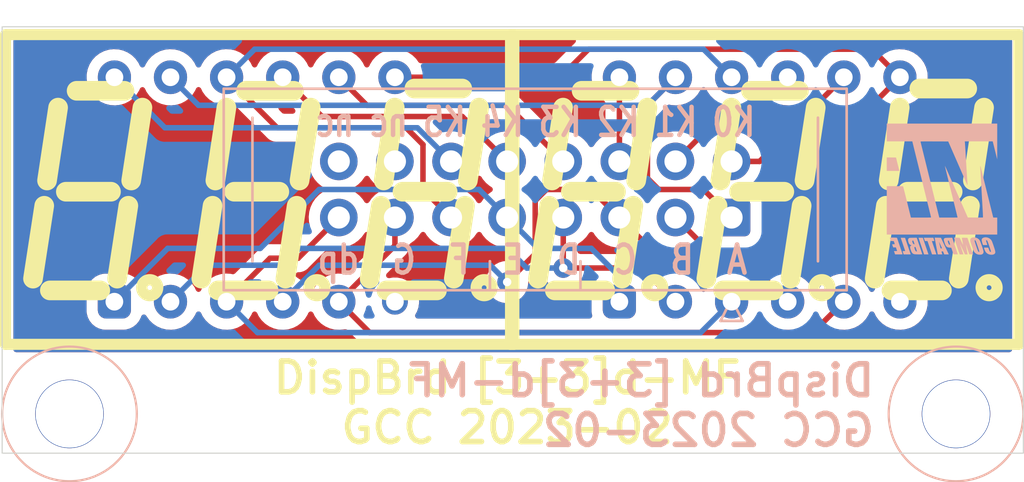
<source format=kicad_pcb>
(kicad_pcb (version 20211014) (generator pcbnew)
  (layers (0 "F.Cu" signal) (31 "B.Cu" signal) (36 "B.SilkS" user "B.Silkscreen") (37 "F.SilkS" user "F.Silkscreen") (38 "B.Mask" user) (39 "F.Mask" user) (44 "Edge.Cuts" user))
  (net 0 "")
  (net 1 "/K_SegA")
  (net 2 "/K_SegB")
  (net 3 "/K_SegC")
  (net 4 "/K_SegDP")
  (net 5 "/A0")
  (net 6 "/K_SegD")
  (net 7 "/K_SegE")
  (net 8 "/K_SegG")
  (net 9 "/K_SegF")
  (net 10 "/A1")
  (net 11 "/A2")
  (net 12 "/A3")
  (net 13 "/A4")
  (net 14 "/A5")
  (footprint "GCC_Display:Disp7s3x_036" (layer "F.Cu") (at 36.83 30.226)
    (fp_text reference "S6" hide)
    (fp_text value "LEDDSP3_CA" hide)
    (fp_line (start -1.905 0.7366) (end -2.413 4.03606) (layer "F.SilkS") (width 0.889))
    (fp_line (start -0.38862 -4.46786) (end 1.778 -4.46786) (layer "F.SilkS") (width 0.889))
    (fp_line (start -6.5024 0.1016) (end -8.5471 0.1016) (layer "F.SilkS") (width 0.889))
    (fp_line (start 2.54 -3.70586) (end 2.032 -0.4064) (layer "F.SilkS") (width 0.889))
    (fp_line (start -5.71754 0.7366) (end -6.22554 4.03606) (layer "F.SilkS") (width 0.889))
    (fp_line (start -9.525 0.7366) (end -10.033 4.03606) (layer "F.SilkS") (width 0.889))
    (fp_line (start 10.16 -3.70586) (end 9.652 -0.4064) (layer "F.SilkS") (width 0.889))
    (fp_line (start 5.969 4.56946) (end 8.25246 4.56946) (layer "F.SilkS") (width 0.889))
    (fp_line (start 11.7348 -7.0104) (end 11.7348 7.0104) (layer "F.SilkS") (width 0.5))
    (fp_line (start 9.52246 0.7366) (end 9.01446 4.03606) (layer "F.SilkS") (width 0.889))
    (fp_line (start -8.89762 -3.70586) (end -9.398 -0.4064) (layer "F.SilkS") (width 0.889))
    (fp_line (start -5.08 -3.70586) (end -5.588 -0.4064) (layer "F.SilkS") (width 0.889))
    (fp_line (start -9.271 4.56946) (end -6.98754 4.56946) (layer "F.SilkS") (width 0.889))
    (fp_line (start 7.23138 -4.56946) (end 9.398 -4.56946) (layer "F.SilkS") (width 0.889))
    (fp_line (start 5.715 0.7366) (end 5.207 4.03606) (layer "F.SilkS") (width 0.889))
    (fp_line (start -1.27762 -3.70586) (end -1.778 -0.4064) (layer "F.SilkS") (width 0.889))
    (fp_line (start 1.90246 0.7366) (end 1.39446 4.03606) (layer "F.SilkS") (width 0.889))
    (fp_line (start -11.2776 7.0104) (end -11.2776 -7.0104) (layer "F.SilkS") (width 0.5))
    (fp_line (start -11.2268 -7.0104) (end 11.7348 -7.0104) (layer "F.SilkS") (width 0.5))
    (fp_line (start -8.05942 -4.46786) (end -5.8928 -4.46786) (layer "F.SilkS") (width 0.889))
    (fp_line (start 6.34238 -3.70586) (end 5.842 -0.4064) (layer "F.SilkS") (width 0.889))
    (fp_line (start -1.651 4.56946) (end 0.63246 4.56946) (layer "F.SilkS") (width 0.889))
    (fp_line (start 1.1176 0.1016) (end -0.9271 0.1016) (layer "F.SilkS") (width 0.889))
    (fp_line (start 11.7348 7.0104) (end -11.2776 7.0104) (layer "F.SilkS") (width 0.5))
    (fp_line (start 8.7376 0.1016) (end 6.6929 0.1016) (layer "F.SilkS") (width 0.889))
    (fp_circle (center 10.3886 4.445) (end 10.6426 4.18846) (layer "F.SilkS") (width 0.508) (fill none))
    (fp_circle (center 2.8194 4.445) (end 3.0734 4.18846) (layer "F.SilkS") (width 0.508) (fill none))
    (fp_circle (center -4.7498 4.445) (end -4.4958 4.18846) (layer "F.SilkS") (width 0.508) (fill none))
    (pad "1" thru_hole roundrect locked (at -6.35 5.08 90) (size 1.524 1.50114) (drill 0.8001) (layers *.Cu *.Mask) (net 7 "/K_SegE"))
    (pad "2" thru_hole oval locked (at -3.81 5.08 90) (size 1.524 1.50114) (drill 0.8001) (layers *.Cu *.Mask) (net 6 "/K_SegD"))
    (pad "3" thru_hole oval locked (at -1.27 5.08 90) (size 1.524 1.50114) (drill 0.8001) (layers *.Cu *.Mask) (net 4 "/K_SegDP"))
    (pad "4" thru_hole oval locked (at 1.27 5.08 90) (size 1.524 1.50114) (drill 0.8001) (layers *.Cu *.Mask) (net 3 "/K_SegC"))
    (pad "5" thru_hole oval locked (at 3.81 5.08 90) (size 1.524 1.50114) (drill 0.8001) (layers *.Cu *.Mask) (net 8 "/K_SegG"))
    (pad "6" thru_hole oval locked (at 6.35 5.08 90) (size 1.1684 1.1684) (drill 0.8001) (layers *.Cu *.Mask))
    (pad "7" thru_hole oval locked (at 6.35 -5.08 90) (size 1.524 1.50114) (drill 0.8001) (layers *.Cu *.Mask) (net 2 "/K_SegB"))
    (pad "8" thru_hole oval locked (at 3.81 -5.08 90) (size 1.524 1.50114) (drill 0.8001) (layers *.Cu *.Mask) (net 12 "/A3"))
    (pad "9" thru_hole oval locked (at 1.27 -5.08 90) (size 1.524 1.50114) (drill 0.8001) (layers *.Cu *.Mask) (net 13 "/A4"))
    (pad "10" thru_hole oval locked (at -1.27 -5.08 90) (size 1.524 1.50114) (drill 0.8001) (layers *.Cu *.Mask) (net 9 "/K_SegF"))
    (pad "11" thru_hole oval locked (at -3.81 -5.08 90) (size 1.524 1.50114) (drill 0.8001) (layers *.Cu *.Mask) (net 1 "/K_SegA"))
    (pad "12" thru_hole oval locked (at -6.34746 -5.08 90) (size 1.524 1.50114) (drill 0.8001) (layers *.Cu *.Mask) (net 14 "/A5"))
  )
  (footprint "GCC_Display:Disp7s3x_036" (layer "F.Cu") (at 59.69 30.226)
    (fp_text reference "S7" hide)
    (fp_text value "LEDDSP3_CA" hide)
    (fp_line (start -0.38862 -4.46786) (end 1.778 -4.46786) (layer "F.SilkS") (width 0.889))
    (fp_line (start -5.71754 0.7366) (end -6.22554 4.03606) (layer "F.SilkS") (width 0.889))
    (fp_line (start 1.1176 0.1016) (end -0.9271 0.1016) (layer "F.SilkS") (width 0.889))
    (fp_line (start -6.5024 0.1016) (end -8.5471 0.1016) (layer "F.SilkS") (width 0.889))
    (fp_line (start -1.27762 -3.70586) (end -1.778 -0.4064) (layer "F.SilkS") (width 0.889))
    (fp_line (start -5.08 -3.70586) (end -5.588 -0.4064) (layer "F.SilkS") (width 0.889))
    (fp_line (start -8.05942 -4.46786) (end -5.8928 -4.46786) (layer "F.SilkS") (width 0.889))
    (fp_line (start 11.7348 7.0104) (end -11.2776 7.0104) (layer "F.SilkS") (width 0.5))
    (fp_line (start -9.525 0.7366) (end -10.033 4.03606) (layer "F.SilkS") (width 0.889))
    (fp_line (start 5.715 0.7366) (end 5.207 4.03606) (layer "F.SilkS") (width 0.889))
    (fp_line (start 2.54 -3.70586) (end 2.032 -0.4064) (layer "F.SilkS") (width 0.889))
    (fp_line (start 5.969 4.56946) (end 8.25246 4.56946) (layer "F.SilkS") (width 0.889))
    (fp_line (start 11.7348 -7.0104) (end 11.7348 7.0104) (layer "F.SilkS") (width 0.5))
    (fp_line (start -11.2268 -7.0104) (end 11.7348 -7.0104) (layer "F.SilkS") (width 0.5))
    (fp_line (start 6.34238 -3.70586) (end 5.842 -0.4064) (layer "F.SilkS") (width 0.889))
    (fp_line (start 10.16 -3.70586) (end 9.652 -0.4064) (layer "F.SilkS") (width 0.889))
    (fp_line (start -1.905 0.7366) (end -2.413 4.03606) (layer "F.SilkS") (width 0.889))
    (fp_line (start -9.271 4.56946) (end -6.98754 4.56946) (layer "F.SilkS") (width 0.889))
    (fp_line (start -1.651 4.56946) (end 0.63246 4.56946) (layer "F.SilkS") (width 0.889))
    (fp_line (start 7.23138 -4.56946) (end 9.398 -4.56946) (layer "F.SilkS") (width 0.889))
    (fp_line (start 8.7376 0.1016) (end 6.6929 0.1016) (layer "F.SilkS") (width 0.889))
    (fp_line (start 1.90246 0.7366) (end 1.39446 4.03606) (layer "F.SilkS") (width 0.889))
    (fp_line (start -8.89762 -3.70586) (end -9.398 -0.4064) (layer "F.SilkS") (width 0.889))
    (fp_line (start -11.2776 7.0104) (end -11.2776 -7.0104) (layer "F.SilkS") (width 0.5))
    (fp_line (start 9.52246 0.7366) (end 9.01446 4.03606) (layer "F.SilkS") (width 0.889))
    (fp_circle (center 10.3886 4.445) (end 10.6426 4.18846) (layer "F.SilkS") (width 0.508) (fill none))
    (fp_circle (center 2.8194 4.445) (end 3.0734 4.18846) (layer "F.SilkS") (width 0.508) (fill none))
    (fp_circle (center -4.7498 4.445) (end -4.4958 4.18846) (layer "F.SilkS") (width 0.508) (fill none))
    (pad "1" thru_hole roundrect locked (at -6.35 5.08 90) (size 1.524 1.50114) (drill 0.8001) (layers *.Cu *.Mask) (net 7 "/K_SegE"))
    (pad "2" thru_hole oval locked (at -3.81 5.08 90) (size 1.524 1.50114) (drill 0.8001) (layers *.Cu *.Mask) (net 6 "/K_SegD"))
    (pad "3" thru_hole oval locked (at -1.27 5.08 90) (size 1.524 1.50114) (drill 0.8001) (layers *.Cu *.Mask) (net 4 "/K_SegDP"))
    (pad "4" thru_hole oval locked (at 1.27 5.08 90) (size 1.524 1.50114) (drill 0.8001) (layers *.Cu *.Mask) (net 3 "/K_SegC"))
    (pad "5" thru_hole oval locked (at 3.81 5.08 90) (size 1.524 1.50114) (drill 0.8001) (layers *.Cu *.Mask) (net 8 "/K_SegG"))
    (pad "6" thru_hole oval locked (at 6.35 5.08 90) (size 1.524 1.50114) (drill 0.8001) (layers *.Cu *.Mask))
    (pad "7" thru_hole oval locked (at 6.35 -5.08 90) (size 1.524 1.50114) (drill 0.8001) (layers *.Cu *.Mask) (net 2 "/K_SegB"))
    (pad "8" thru_hole oval locked (at 3.81 -5.08 90) (size 1.524 1.50114) (drill 0.8001) (layers *.Cu *.Mask) (net 5 "/A0"))
    (pad "9" thru_hole oval locked (at 1.27 -5.08 90) (size 1.524 1.50114) (drill 0.8001) (layers *.Cu *.Mask) (net 10 "/A1"))
    (pad "10" thru_hole oval locked (at -1.27 -5.08 90) (size 1.524 1.50114) (drill 0.8001) (layers *.Cu *.Mask) (net 9 "/K_SegF"))
    (pad "11" thru_hole oval locked (at -3.81 -5.08 90) (size 1.524 1.50114) (drill 0.8001) (layers *.Cu *.Mask) (net 1 "/K_SegA"))
    (pad "12" thru_hole oval locked (at -6.34746 -5.08 90) (size 1.524 1.50114) (drill 0.8001) (layers *.Cu *.Mask) (net 11 "/A2"))
  )
  (footprint "GCC_holes:Hole3mm" (layer "B.Cu") (at 28.448 40.386)
    (fp_text reference "H13" hide)
    (fp_text value "MountingHole" hide)
    (fp_circle (center 0 0) (end 0 3.048) (layer "B.SilkS") (width 0.1) (fill none))
    (pad "" np_thru_hole circle locked (at 0 0) (size 3.1 3.1) (drill 3.05) (layers F&B.Cu *.Mask))
  )
  (footprint "GCC_holes:Hole3mm" (layer "B.Cu") (at 68.58 40.386)
    (fp_text reference "H14" hide)
    (fp_text value "MountingHole" hide)
    (fp_circle (center 0 0) (end 0 3.048) (layer "B.SilkS") (width 0.1) (fill none))
    (pad "" np_thru_hole circle locked (at 0 0) (size 3.1 3.1) (drill 3.05) (layers F&B.Cu *.Mask))
  )
  (footprint "Connector_IDC:IDC-Header_2x08_P2.54mm_Vertical" (layer "B.Cu") (at 58.42 31.496 90)
    (fp_text reference "P9" hide)
    (fp_text value "Conn_02x08_Odd_Even")
    (fp_line (start -1.98 -10.94) (end -1.98 -10.94) (layer "B.SilkS") (width 0.12))
    (fp_line (start -1.98 3.91) (end 4.52 3.91) (layer "B.SilkS") (width 0.12))
    (fp_line (start -1.98 -10.94) (end -3.29 -10.94) (layer "B.SilkS") (width 0.12))
    (fp_line (start -3.29 -6.84) (end -1.98 -6.84) (layer "B.SilkS") (width 0.12))
    (fp_line (start -3.29 -22.99) (end -3.29 5.21) (layer "B.SilkS") (width 0.12))
    (fp_line (start -4.68 -0.5) (end -3.68 0) (layer "B.SilkS") (width 0.12))
    (fp_line (start -3.68 0) (end -4.68 0.5) (layer "B.SilkS") (width 0.12))
    (fp_line (start 5.83 5.21) (end 5.83 -22.99) (layer "B.SilkS") (width 0.12))
    (fp_line (start -4.68 0.5) (end -4.68 -0.5) (layer "B.SilkS") (width 0.12))
    (fp_line (start -3.29 5.21) (end 5.83 5.21) (layer "B.SilkS") (width 0.12))
    (fp_line (start 5.83 -22.99) (end -3.29 -22.99) (layer "B.SilkS") (width 0.12))
    (fp_line (start 4.52 -21.69) (end -1.98 -21.69) (layer "B.SilkS") (width 0.12))
    (pad "1" thru_hole roundrect (at 0 0 90) (size 1.7 1.7) (drill 1) (layers F&B.Cu *.Mask) (roundrect_rratio 0.147059) (net 1 "/K_SegA"))
    (pad "2" thru_hole circle (at 2.54 0 90) (size 1.7 1.7) (drill 1) (layers F&B.Cu *.Mask) (net 5 "/A0"))
    (pad "3" thru_hole circle (at 0 -2.54 90) (size 1.7 1.7) (drill 1) (layers F&B.Cu *.Mask) (net 2 "/K_SegB"))
    (pad "4" thru_hole circle (at 2.54 -2.54 90) (size 1.7 1.7) (drill 1) (layers F&B.Cu *.Mask) (net 10 "/A1"))
    (pad "5" thru_hole circle (at 0 -5.08 90) (size 1.7 1.7) (drill 1) (layers F&B.Cu *.Mask) (net 3 "/K_SegC"))
    (pad "6" thru_hole circle (at 2.54 -5.08 90) (size 1.7 1.7) (drill 1) (layers F&B.Cu *.Mask) (net 11 "/A2"))
    (pad "7" thru_hole circle (at 0 -7.62 90) (size 1.7 1.7) (drill 1) (layers F&B.Cu *.Mask) (net 6 "/K_SegD"))
    (pad "8" thru_hole circle (at 2.54 -7.62 90) (size 1.7 1.7) (drill 1) (layers F&B.Cu *.Mask) (net 12 "/A3"))
    (pad "9" thru_hole circle (at 0 -10.16 90) (size 1.7 1.7) (drill 1) (layers F&B.Cu *.Mask) (net 7 "/K_SegE"))
    (pad "10" thru_hole circle (at 2.54 -10.16 90) (size 1.7 1.7) (drill 1) (layers F&B.Cu *.Mask) (net 13 "/A4"))
    (pad "11" thru_hole circle (at 0 -12.7 90) (size 1.7 1.7) (drill 1) (layers F&B.Cu *.Mask) (net 9 "/K_SegF"))
    (pad "12" thru_hole circle (at 2.54 -12.7 90) (size 1.7 1.7) (drill 1) (layers F&B.Cu *.Mask) (net 14 "/A5"))
    (pad "13" thru_hole circle (at 0 -15.24 90) (size 1.7 1.7) (drill 1) (layers F&B.Cu *.Mask) (net 8 "/K_SegG"))
    (pad "14" thru_hole circle (at 2.54 -15.24 90) (size 1.7 1.7) (drill 1) (layers F&B.Cu *.Mask))
    (pad "15" thru_hole circle (at 0 -17.78 90) (size 1.7 1.7) (drill 1) (layers F&B.Cu *.Mask) (net 4 "/K_SegDP"))
    (pad "16" thru_hole circle (at 2.54 -17.78 90) (size 1.7 1.7) (drill 1) (layers F&B.Cu *.Mask))
  )
  (footprint "GCC_Logos:MF_compatible_5x6mm" (layer "B.Cu") (at 67.945 30.226 180)
    (fp_text reference "G***")
    (fp_text value "LOGO" hide)
    (fp_poly (pts (xy 2.291951 -2.177389) (xy 2.324142 -2.178121) (xy 2.345577 -2.179542) (xy 2.358063 -2.181804) (xy 2.363405 -2.18506) (xy 2.363961 -2.187035) (xy 2.361627 -2.197709) (xy 2.355348 -2.218412) (xy 2.346205 -2.245709) (xy 2.33963 -2.264277) (xy 2.315299 -2.331626) (xy 2.250398 -2.333685) (xy 2.185498 -2.335743) (xy 2.163357 -2.396932) (xy 2.153484 -2.425318) (xy 2.145878 -2.449274) (xy 2.141686 -2.4651) (xy 2.141217 -2.468523) (xy 2.144214 -2.47388) (xy 2.154832 -2.477103) (xy 2.175512 -2.47863) (xy 2.199226 -2.478925) (xy 2.229668 -2.479563) (xy 2.247563 -2.481668) (xy 2.254684 -2.485527) (xy 2.254848 -2.487906) (xy 2.251603 -2.498376) (xy 2.244922 -2.51886) (xy 2.235983 -2.545763) (xy 2.231284 -2.559759) (xy 2.210108 -2.622631) (xy 2.086763 -2.622631) (xy 2.059986 -2.699873) (xy 2.049333 -2.731078) (xy 2.040711 -2.757241) (xy 2.035069 -2.775419) (xy 2.033323 -2.782503) (xy 2.040048 -2.784778) (xy 2.058075 -2.786579) (xy 2.084338 -2.787671) (xy 2.104424 -2.787892) (xy 2.175411 -2.787892) (xy 2.149332 -2.863288) (xy 2.123254 -2.938685) (xy 1.951834 -2.938734) (xy 1.895757 -2.938594) (xy 1.8527 -2.938092) (xy 1.821315 -2.937154) (xy 1.800256 -2.93571) (xy 1.788175 -2.933688) (xy 1.783725 -2.931016) (xy 1.783759 -2.929802) (xy 1.786645 -2.921471) (xy 1.793718 -2.900814) (xy 1.804539 -2.86911) (xy 1.818675 -2.82764) (xy 1.835688 -2.777684) (xy 1.855143 -2.720523) (xy 1.876603 -2.657436) (xy 1.899632 -2.589705) (xy 1.911952 -2.553456) (xy 2.036801 -2.186092) (xy 2.08362 -2.181668) (xy 2.107445 -2.180116) (xy 2.141795 -2.178795) (xy 2.182824 -2.17781) (xy 2.226687 -2.177267) (xy 2.2472 -2.177194)) (layer "B.SilkS") (width 0) (fill solid))
    (fp_poly (pts (xy -0.553171 -2.179704) (xy -0.547227 -2.180796) (xy -0.546777 -2.183401) (xy -0.547742 -2.189638) (xy -0.550395 -2.200346) (xy -0.555014 -2.216362) (xy -0.561873 -2.238524) (xy -0.571247 -2.267668) (xy -0.583412 -2.304632) (xy -0.598644 -2.350255) (xy -0.617217 -2.405373) (xy -0.639406 -2.470823) (xy -0.665488 -2.547444) (xy -0.695738 -2.636073) (xy -0.726146 -2.725021) (xy -0.799262 -2.938783) (xy -0.884638 -2.938783) (xy -0.917748 -2.93854) (xy -0.944875 -2.937877) (xy -0.963227 -2.936895) (xy -0.970014 -2.935697) (xy -0.970014 -2.93569) (xy -0.967781 -2.928401) (xy -0.96144 -2.909099) (xy -0.951521 -2.879372) (xy -0.93856 -2.840806) (xy -0.923089 -2.794989) (xy -0.90564 -2.743508) (xy -0.891129 -2.700817) (xy -0.872579 -2.64613) (xy -0.855678 -2.595945) (xy -0.840946 -2.551834) (xy -0.828904 -2.515372) (xy -0.820071 -2.488133) (xy -0.814969 -2.471688) (xy -0.813913 -2.467369) (xy -0.817241 -2.473243) (xy -0.825978 -2.490699) (xy -0.839436 -2.518303) (xy -0.856925 -2.554625) (xy -0.877757 -2.598233) (xy -0.901241 -2.647696) (xy -0.926689 -2.701583) (xy -0.926928 -2.70209) (xy -1.038274 -2.938481) (xy -1.101629 -2.938632) (xy -1.131912 -2.938438) (xy -1.150371 -2.937327) (xy -1.159548 -2.934767) (xy -1.161985 -2.930231) (xy -1.16123 -2.926209) (xy -1.158087 -2.913204) (xy -1.152971 -2.889148) (xy -1.146278 -2.856142) (xy -1.138406 -2.816287) (xy -1.129751 -2.771683) (xy -1.120711 -2.72443) (xy -1.111681 -2.676629) (xy -1.10306 -2.63038) (xy -1.095243 -2.587783) (xy -1.088627 -2.550939) (xy -1.08361 -2.521948) (xy -1.080588 -2.50291) (xy -1.07994 -2.495938) (xy -1.082872 -2.501749) (xy -1.089814 -2.519612) (xy -1.100203 -2.547954) (xy -1.113478 -2.585202) (xy -1.129075 -2.629786) (xy -1.146432 -2.680132) (xy -1.15801 -2.714081) (xy -1.233111 -2.935191) (xy -1.320379 -2.937206) (xy -1.407646 -2.93922) (xy -1.303033 -2.631831) (xy -1.280469 -2.56553) (xy -1.258514 -2.501017) (xy -1.250996 -2.478925) (xy -1.077793 -2.478925) (xy -1.075164 -2.484839) (xy -1.073003 -2.483715) (xy -1.072143 -2.475188) (xy -1.073003 -2.474135) (xy -1.077275 -2.475121) (xy -1.077793 -2.478925) (xy -1.250996 -2.478925) (xy -1.237775 -2.440078) (xy -1.218861 -2.384501) (xy -1.202379 -2.336069) (xy -1.188937 -2.296571) (xy -1.179143 -2.267792) (xy -1.175191 -2.256181) (xy -1.151962 -2.187921) (xy -1.025061 -2.185959) (xy -0.979182 -2.185376) (xy -0.945755 -2.185353) (xy -0.922869 -2.186034) (xy -0.908612 -2.187563) (xy -0.901072 -2.190082) (xy -0.898338 -2.193734) (xy -0.898161 -2.195466) (xy -0.899508 -2.20572) (xy -0.903272 -2.227783) (xy -0.909033 -2.259375) (xy -0.916374 -2.298217) (xy -0.924877 -2.342028) (xy -0.92733 -2.354478) (xy -0.935894 -2.398556) (xy -0.943202 -2.437644) (xy -0.948882 -2.469631) (xy -0.952564 -2.492405) (xy -0.953876 -2.503855) (xy -0.953746 -2.504773) (xy -0.950093 -2.499321) (xy -0.941271 -2.482539) (xy -0.928127 -2.456148) (xy -0.911507 -2.42187) (xy -0.89226 -2.381425) (xy -0.876076 -2.346937) (xy -0.801159 -2.186348) (xy -0.676563 -2.181198) (xy -0.635655 -2.179779) (xy -0.599838 -2.179052) (xy -0.571536 -2.179025)) (layer "B.SilkS") (width 0) (fill solid))
    (fp_poly (pts (xy -1.401765 -2.169299) (xy -1.354139 -2.181589) (xy -1.318293 -2.201467) (xy -1.294003 -2.229341) (xy -1.281045 -2.265618) (xy -1.279192 -2.310705) (xy -1.28822 -2.365009) (xy -1.289891 -2.371653) (xy -1.297282 -2.397388) (xy -1.308561 -2.433139) (xy -1.322857 -2.476438) (xy -1.339296 -2.524815) (xy -1.357009 -2.5758) (xy -1.375122 -2.626922) (xy -1.392765 -2.675712) (xy -1.409066 -2.7197) (xy -1.423154 -2.756416) (xy -1.434156 -2.78339) (xy -1.438819 -2.793678) (xy -1.471318 -2.844185) (xy -1.514841 -2.886999) (xy -1.567416 -2.920552) (xy -1.627068 -2.94328) (xy -1.627468 -2.943387) (xy -1.661549 -2.949474) (xy -1.701593 -2.952096) (xy -1.742304 -2.951305) (xy -1.778391 -2.947154) (xy -1.799701 -2.941698) (xy -1.837558 -2.921414) (xy -1.863839 -2.892683) (xy -1.878357 -2.855827) (xy -1.880736 -2.814428) (xy -1.688019 -2.814428) (xy -1.684975 -2.822038) (xy -1.674815 -2.823804) (xy -1.672611 -2.823819) (xy -1.654198 -2.818621) (xy -1.641978 -2.809602) (xy -1.636309 -2.799089) (xy -1.627019 -2.776891) (xy -1.614769 -2.744973) (xy -1.600225 -2.705297) (xy -1.58405 -2.659826) (xy -1.566908 -2.610523) (xy -1.549463 -2.559351) (xy -1.532379 -2.508273) (xy -1.516319 -2.459252) (xy -1.501948 -2.41425) (xy -1.48993 -2.375231) (xy -1.480929 -2.344158) (xy -1.475608 -2.322993) (xy -1.474465 -2.314334) (xy -1.480003 -2.298156) (xy -1.491213 -2.295111) (xy -1.508215 -2.30518) (xy -1.511406 -2.307939) (xy -1.517844 -2.315858) (xy -1.525585 -2.329796) (xy -1.535118 -2.350992) (xy -1.54693 -2.380686) (xy -1.561511 -2.420117) (xy -1.579348 -2.470524) (xy -1.600931 -2.533148) (xy -1.605719 -2.547185) (xy -1.6243 -2.60216) (xy -1.641504 -2.653868) (xy -1.656735 -2.700455) (xy -1.669397 -2.740066) (xy -1.678894 -2.770848) (xy -1.684631 -2.790948) (xy -1.685983 -2.796874) (xy -1.688019 -2.814428) (xy -1.880736 -2.814428) (xy -1.880923 -2.811165) (xy -1.880347 -2.804594) (xy -1.876614 -2.785211) (xy -1.868604 -2.754618) (xy -1.857071 -2.715068) (xy -1.842769 -2.668813) (xy -1.826449 -2.618106) (xy -1.808865 -2.5652) (xy -1.79077 -2.512345) (xy -1.772916 -2.461796) (xy -1.756057 -2.415804) (xy -1.740946 -2.376622) (xy -1.728336 -2.346502) (xy -1.724291 -2.337764) (xy -1.700701 -2.294939) (xy -1.675763 -2.262594) (xy -1.661755 -2.248988) (xy -1.60754 -2.209904) (xy -1.547974 -2.182714) (xy -1.485328 -2.168115) (xy -1.421869 -2.166801)) (layer "B.SilkS") (width 0) (fill solid))
    (fp_poly (pts (xy 1.835567 -2.185758) (xy 1.85706 -2.186603) (xy 1.867559 -2.187977) (xy 1.868176 -2.188474) (xy 1.865959 -2.195686) (xy 1.859691 -2.214804) (xy 1.849947 -2.244129) (xy 1.8373 -2.28196) (xy 1.822324 -2.326598) (xy 1.805593 -2.376344) (xy 1.787681 -2.429496) (xy 1.769163 -2.484357) (xy 1.750612 -2.539225) (xy 1.732602 -2.592401) (xy 1.715707 -2.642185) (xy 1.700502 -2.686878) (xy 1.68756 -2.72478) (xy 1.677456 -2.75419) (xy 1.670763 -2.77341) (xy 1.668785 -2.778911) (xy 1.670898 -2.783598) (xy 1.6827 -2.786439) (xy 1.706025 -2.787732) (xy 1.723701 -2.787892) (xy 1.750592 -2.788463) (xy 1.770913 -2.789981) (xy 1.781285 -2.792155) (xy 1.781952 -2.792912) (xy 1.779841 -2.801446) (xy 1.774142 -2.820498) (xy 1.765808 -2.846953) (xy 1.758868 -2.868358) (xy 1.735785 -2.938783) (xy 1.416342 -2.938783) (xy 1.513697 -2.653168) (xy 1.535925 -2.587941) (xy 1.557901 -2.523425) (xy 1.578923 -2.461676) (xy 1.598292 -2.404755) (xy 1.615308 -2.35472) (xy 1.629269 -2.313629) (xy 1.639475 -2.283542) (xy 1.641441 -2.277737) (xy 1.671829 -2.187921) (xy 1.770002 -2.185922) (xy 1.805681 -2.185508)) (layer "B.SilkS") (width 0) (fill solid))
    (fp_poly (pts (xy 2.500481 0.840679) (xy 1.931702 0.840679) (xy 1.936787 0.863834) (xy 1.939599 0.875769) (xy 1.945468 0.900013) (xy 1.953992 0.934927) (xy 1.964769 0.978872) (xy 1.977396 1.03021) (xy 1.991471 1.087301) (xy 2.006593 1.148507) (xy 2.011271 1.167413) (xy 2.080668 1.447836) (xy 2.290575 1.449741) (xy 2.500481 1.451646)) (layer "B.SilkS") (width 0) (fill solid))
    (fp_poly (pts (xy 0.798498 -2.259724) (xy 0.772419 -2.33512) (xy 0.714034 -2.33517) (xy 0.655649 -2.335219) (xy 0.553268 -2.637001) (xy 0.450886 -2.938783) (xy 0.252582 -2.938783) (xy 0.344892 -2.667539) (xy 0.365578 -2.6068) (xy 0.385204 -2.549259) (xy 0.4032 -2.496582) (xy 0.418994 -2.450436) (xy 0.432017 -2.412488) (xy 0.441697 -2.384406) (xy 0.447463 -2.367856) (xy 0.448212 -2.365757) (xy 0.459221 -2.335219) (xy 0.402058 -2.335219) (xy 0.375445 -2.334638) (xy 0.355434 -2.333095) (xy 0.345435 -2.330888) (xy 0.344894 -2.330199) (xy 0.347006 -2.321665) (xy 0.352705 -2.302613) (xy 0.361039 -2.276158) (xy 0.367978 -2.254753) (xy 0.391062 -2.184328) (xy 0.824576 -2.184328)) (layer "B.SilkS") (width 0) (fill solid))
    (fp_poly (pts (xy -0.309536 -2.185634) (xy -0.249836 -2.186851) (xy -0.202765 -2.188823) (xy -0.16659 -2.191981) (xy -0.139572 -2.196754) (xy -0.119976 -2.203572) (xy -0.106067 -2.212866) (xy -0.096106 -2.225064) (xy -0.088454 -2.240368) (xy -0.083404 -2.256262) (xy -0.081686 -2.273945) (xy -0.083672 -2.295757) (xy -0.089733 -2.324036) (xy -0.10024 -2.36112) (xy -0.114971 -2.407537) (xy -0.136531 -2.469318) (xy -0.157503 -2.518453) (xy -0.179566 -2.556487) (xy -0.2044 -2.584964) (xy -0.233686 -2.605429) (xy -0.269102 -2.619426) (xy -0.31233 -2.628499) (xy -0.361154 -2.633884) (xy -0.42041 -2.638692) (xy -0.47099 -2.786941) (xy -0.52157 -2.935191) (xy -0.620898 -2.937195) (xy -0.661753 -2.937751) (xy -0.690018 -2.937404) (xy -0.707452 -2.936022) (xy -0.715812 -2.933475) (xy -0.717011 -2.93001) (xy -0.714161 -2.921638) (xy -0.707145 -2.900931) (xy -0.696394 -2.869169) (xy -0.682342 -2.827632) (xy -0.665421 -2.777599) (xy -0.646065 -2.720351) (xy -0.624707 -2.657166) (xy -0.601778 -2.589326) (xy -0.589193 -2.552084) (xy -0.571755 -2.500481) (xy -0.372574 -2.500481) (xy -0.351548 -2.500481) (xy -0.331262 -2.495922) (xy -0.317041 -2.486999) (xy -0.309068 -2.474577) (xy -0.29856 -2.452101) (xy -0.28715 -2.423267) (xy -0.28044 -2.404121) (xy -0.268972 -2.366567) (xy -0.263894 -2.340422) (xy -0.265434 -2.32411) (xy -0.273823 -2.316058) (xy -0.289288 -2.314689) (xy -0.293393 -2.315096) (xy -0.301099 -2.317165) (xy -0.307792 -2.322764) (xy -0.314603 -2.334075) (xy -0.322664 -2.353283) (xy -0.333105 -2.38257) (xy -0.341978 -2.408868) (xy -0.372574 -2.500481) (xy -0.571755 -2.500481) (xy -0.46459 -2.183348)) (layer "B.SilkS") (width 0) (fill solid))
    (fp_poly (pts (xy 1.035081 -2.185711) (xy 1.052446 -2.187099) (xy 1.060744 -2.189659) (xy 1.061906 -2.193101) (xy 1.059056 -2.201474) (xy 1.052039 -2.222181) (xy 1.041289 -2.253942) (xy 1.027238 -2.295475) (xy 1.010321 -2.345499) (xy 0.990969 -2.402735) (xy 0.969616 -2.465901) (xy 0.946696 -2.533718) (xy 0.934253 -2.570537) (xy 0.809816 -2.938783) (xy 0.611569 -2.938783) (xy 0.716107 -2.631612) (xy 0.738664 -2.565333) (xy 0.760612 -2.50084) (xy 0.781344 -2.439922) (xy 0.800251 -2.384364) (xy 0.816725 -2.335955) (xy 0.830158 -2.296481) (xy 0.839942 -2.26773) (xy 0.843872 -2.256181) (xy 0.867098 -2.187921) (xy 0.966109 -2.185916) (xy 1.00689 -2.18536)) (layer "B.SilkS") (width 0) (fill solid))
    (fp_poly (pts (xy 1.235899 -2.184778) (xy 1.280057 -2.185193) (xy 1.305927 -2.185536) (xy 1.359541 -2.186429) (xy 1.400763 -2.187457) (xy 1.431571 -2.188789) (xy 1.453943 -2.190596) (xy 1.469857 -2.193046) (xy 1.481291 -2.196309) (xy 1.490224 -2.200556) (xy 1.49177 -2.201469) (xy 1.517495 -2.223802) (xy 1.532662 -2.253681) (xy 1.537377 -2.291795) (xy 1.531748 -2.338836) (xy 1.519872 -2.383349) (xy 1.50353 -2.428431) (xy 1.485573 -2.462089) (xy 1.463351 -2.48723) (xy 1.434214 -2.506764) (xy 1.395512 -2.523598) (xy 1.390354 -2.525483) (xy 1.381135 -2.529666) (xy 1.383965 -2.533434) (xy 1.393943 -2.537558) (xy 1.418157 -2.550186) (xy 1.434448 -2.567348) (xy 1.44295 -2.59048) (xy 1.443798 -2.621015) (xy 1.437125 -2.660387) (xy 1.423067 -2.710032) (xy 1.412946 -2.7402) (xy 1.391519 -2.79697) (xy 1.370555 -2.841235) (xy 1.348524 -2.874722) (xy 1.323898 -2.899159) (xy 1.295148 -2.916272) (xy 1.260746 -2.927789) (xy 1.243649 -2.931486) (xy 1.225778 -2.933613) (xy 1.198039 -2.935381) (xy 1.16278 -2.936778) (xy 1.122347 -2.937797) (xy 1.07909 -2.938428) (xy 1.035356 -2.938662) (xy 0.993492 -2.93849) (xy 0.955847 -2.937902) (xy 0.924769 -2.93689) (xy 0.902605 -2.935445) (xy 0.891703 -2.933557) (xy 0.890976 -2.932856) (xy 0.89323 -2.925123) (xy 0.899709 -2.905054) (xy 0.90999 -2.87391) (xy 0.92365 -2.832954) (xy 0.935833 -2.796656) (xy 1.137266 -2.796656) (xy 1.138405 -2.805338) (xy 1.143231 -2.808552) (xy 1.151568 -2.807647) (xy 1.163236 -2.80397) (xy 1.169579 -2.801752) (xy 1.18338 -2.794147) (xy 1.195857 -2.780346) (xy 1.208142 -2.758353) (xy 1.221367 -2.726171) (xy 1.23539 -2.685688) (xy 1.245553 -2.65087) (xy 1.248949 -2.626979) (xy 1.245323 -2.612133) (xy 1.234421 -2.604449) (xy 1.224136 -2.602479) (xy 1.208124 -2.602796) (xy 1.19903 -2.610419) (xy 1.193175 -2.624034) (xy 1.173184 -2.680282) (xy 1.157776 -2.724319) (xy 1.146773 -2.757495) (xy 1.139996 -2.781158) (xy 1.137266 -2.796656) (xy 0.935833 -2.796656) (xy 0.940266 -2.783448) (xy 0.959415 -2.726653) (xy 0.980675 -2.663831) (xy 1.003621 -2.596244) (xy 1.016719 -2.557758) (xy 1.040388 -2.488218) (xy 1.046599 -2.469943) (xy 1.244892 -2.469943) (xy 1.246412 -2.47777) (xy 1.25676 -2.479545) (xy 1.27211 -2.476021) (xy 1.288634 -2.467951) (xy 1.299696 -2.459165) (xy 1.313012 -2.440491) (xy 1.326634 -2.412597) (xy 1.335964 -2.387331) (xy 1.344917 -2.354571) (xy 1.346613 -2.332685) (xy 1.340551 -2.319863) (xy 1.32623 -2.314294) (xy 1.315557 -2.313663) (xy 1.306793 -2.314564) (xy 1.299862 -2.31887) (xy 1.293355 -2.328983) (xy 1.285861 -2.347306) (xy 1.27597 -2.376241) (xy 1.272338 -2.387312) (xy 1.262151 -2.418362) (xy 1.253422 -2.444746) (xy 1.247234 -2.463206) (xy 1.244892 -2.469943) (xy 1.046599 -2.469943) (xy 1.062605 -2.422852) (xy 1.082946 -2.362909) (xy 1.100991 -2.309637) (xy 1.116317 -2.264283) (xy 1.128502 -2.228095) (xy 1.137124 -2.202322) (xy 1.141762 -2.18821) (xy 1.142462 -2.18587) (xy 1.14931 -2.185193) (xy 1.168509 -2.184782) (xy 1.198045 -2.184643)) (layer "B.SilkS") (width 0) (fill solid))
    (fp_poly (pts (xy 2.500481 2.177143) (xy 1.344204 2.177143) (xy 1.337062 2.150198) (xy 1.330765 2.125232) (xy 1.324113 2.097144) (xy 1.322706 2.09092) (xy 1.319893 2.079071) (xy 1.31389 2.054374) (xy 1.304969 2.017928) (xy 1.293401 1.97083) (xy 1.279456 1.914182) (xy 1.263406 1.849081) (xy 1.245521 1.776627) (xy 1.226072 1.697919) (xy 1.205331 1.614057) (xy 1.183567 1.526138) (xy 1.171291 1.476577) (xy 1.146128 1.375005) (xy 1.119656 1.268123) (xy 1.092418 1.158123) (xy 1.064956 1.0472) (xy 1.037813 0.937546) (xy 1.011532 0.831355) (xy 0.986656 0.730821) (xy 0.963729 0.638136) (xy 0.943291 0.555495) (xy 0.929419 0.499378) (xy 0.91269 0.431707) (xy 0.89296 0.351933) (xy 0.870688 0.261902) (xy 0.846329 0.163459) (xy 0.820341 0.058449) (xy 0.793179 -0.051282) (xy 0.765302 -0.163888) (xy 0.737166 -0.277523) (xy 0.709228 -0.390344) (xy 0.681944 -0.500502) (xy 0.663767 -0.57388) (xy 0.639961 -0.670075) (xy 0.61716 -0.7624) (xy 0.595602 -0.84989) (xy 0.575521 -0.93158) (xy 0.557153 -1.006504) (xy 0.540733 -1.073697) (xy 0.526498 -1.132194) (xy 0.514683 -1.181029) (xy 0.505524 -1.219238) (xy 0.499256 -1.245854) (xy 0.496116 -1.259914) (xy 0.495785 -1.261871) (xy 0.497634 -1.263917) (xy 0.503825 -1.265671) (xy 0.515325 -1.267154) (xy 0.5331 -1.268387) (xy 0.558116 -1.269392) (xy 0.591341 -1.270188) (xy 0.63374 -1.270798) (xy 0.686281 -1.271242) (xy 0.749929 -1.271542) (xy 0.825651 -1.271717) (xy 0.914415 -1.271791) (xy 0.951333 -1.271796) (xy 1.40688 -1.271796) (xy 1.43639 -1.151443) (xy 1.471549 -1.008248) (xy 1.505436 -0.870622) (xy 1.537904 -0.739154) (xy 1.568805 -0.614429) (xy 1.597991 -0.497035) (xy 1.625313 -0.38756) (xy 1.650623 -0.28659) (xy 1.673774 -0.194712) (xy 1.694617 -0.112515) (xy 1.713004 -0.040584) (xy 1.728787 0.020493) (xy 1.741819 0.070129) (xy 1.75195 0.107737) (xy 1.759033 0.132729) (xy 1.76292 0.144518) (xy 1.76344 0.145392) (xy 1.771939 0.146423) (xy 1.79342 0.147391) (xy 1.826494 0.148277) (xy 1.869772 0.14906) (xy 1.921866 0.149721) (xy 1.981386 0.15024) (xy 2.046944 0.150596) (xy 2.11715 0.150769) (xy 2.135828 0.150781) (xy 2.500481 0.150891) (xy 2.500481 -2.040622) (xy -2.50048 -2.040622) (xy -2.50048 -1.271796) (xy -2.321402 -1.271796) (xy -2.313897 -1.243925) (xy -2.310925 -1.232334) (xy -2.304807 -1.208013) (xy -2.295844 -1.172179) (xy -2.284342 -1.126053) (xy -2.270603 -1.070852) (xy -2.25493 -1.007796) (xy -2.237627 -0.938104) (xy -2.218997 -0.862995) (xy -2.199343 -0.783688) (xy -2.188315 -0.739158) (xy -2.166617 -0.651534) (xy -2.142068 -0.552418) (xy -2.115276 -0.444265) (xy -2.08685 -0.329531) (xy -2.057399 -0.210672) (xy -2.027531 -0.090142) (xy -1.997854 0.029602) (xy -1.968977 0.146105) (xy -1.941509 0.256911) (xy -1.923258 0.330524) (xy -1.90057 0.422058) (xy -1.878567 0.510887) (xy -1.85754 0.595834) (xy -1.837778 0.675727) (xy -1.819572 0.749391) (xy -1.803211 0.815653) (xy -1.788985 0.873337) (xy -1.777185 0.92127) (xy -1.768099 0.958279) (xy -1.762019 0.983189) (xy -1.759998 0.99157) (xy -1.752421 1.021542) (xy -1.745353 1.046339) (xy -1.739813 1.062536) (xy -1.737687 1.066656) (xy -1.735587 1.067823) (xy -1.733983 1.065386) (xy -1.73291 1.058374) (xy -1.732401 1.045818) (xy -1.732489 1.026747) (xy -1.733208 1.00019) (xy -1.734591 0.965178) (xy -1.736672 0.920739) (xy -1.739485 0.865904) (xy -1.743063 0.799701) (xy -1.747439 0.721162) (xy -1.752647 0.629314) (xy -1.753032 0.622558) (xy -1.757661 0.541381) (xy -1.762928 0.448885) (xy -1.768662 0.348099) (xy -1.774691 0.24205) (xy -1.780843 0.133768) (xy -1.786945 0.026281) (xy -1.792826 -0.077382) (xy -1.798313 -0.174193) (xy -1.799842 -0.201188) (xy -1.804993 -0.292106) (xy -1.810438 -0.388154) (xy -1.81603 -0.486724) (xy -1.821619 -0.585209) (xy -1.827059 -0.681002) (xy -1.832201 -0.771494) (xy -1.836896 -0.854079) (xy -1.840998 -0.926149) (xy -1.842678 -0.955643) (xy -1.846246 -1.020512) (xy -1.84932 -1.080931) (xy -1.851841 -1.135394) (xy -1.853753 -1.182393) (xy -1.854995 -1.220423) (xy -1.85551 -1.247977) (xy -1.85524 -1.263547) (xy -1.854716 -1.266478) (xy -1.84666 -1.26754) (xy -1.825661 -1.268456) (xy -1.793148 -1.269211) (xy -1.750549 -1.269791) (xy -1.699292 -1.270181) (xy -1.640804 -1.270367) (xy -1.576515 -1.270332) (xy -1.50935 -1.270071) (xy -1.16935 -1.268204) (xy -0.847971 -0.538897) (xy -0.80024 -0.430582) (xy -0.750683 -0.318131) (xy -0.700035 -0.203206) (xy -0.649029 -0.087473) (xy -0.598399 0.027403) (xy -0.548878 0.139759) (xy -0.5012 0.247929) (xy -0.456099 0.350249) (xy -0.414309 0.445053) (xy -0.376563 0.530679) (xy -0.343595 0.605461) (xy -0.332313 0.631049) (xy -0.299308 0.705665) (xy -0.267944 0.776104) (xy -0.238703 0.84131) (xy -0.212069 0.900229) (xy -0.188524 0.951806) (xy -0.168552 0.994986) (xy -0.152636 1.028715) (xy -0.141258 1.051936) (xy -0.134902 1.063597) (xy -0.13374 1.064738) (xy -0.133533 1.062515) (xy -0.134125 1.057312) (xy -0.135647 1.048591) (xy -0.138231 1.035814) (xy -0.142008 1.018444) (xy -0.147107 0.995944) (xy -0.153661 0.967775) (xy -0.161801 0.9334) (xy -0.171656 0.892281) (xy -0.183359 0.843882) (xy -0.19704 0.787664) (xy -0.21283 0.72309) (xy -0.230859 0.649622) (xy -0.25126 0.566722) (xy -0.274163 0.473854) (xy -0.299699 0.370479) (xy -0.327999 0.25606) (xy -0.359194 0.130059) (xy -0.393415 -0.008061) (xy -0.430792 -0.158838) (xy -0.471457 -0.322809) (xy -0.48852 -0.391598) (xy -0.523291 -0.5318) (xy -0.55468 -0.658446) (xy -0.582782 -0.771924) (xy -0.607694 -0.872622) (xy -0.62951 -0.960929) (xy -0.648327 -1.037232) (xy -0.664239 -1.101919) (xy -0.677342 -1.155378) (xy -0.687732 -1.197997) (xy -0.695504 -1.230163) (xy -0.700753 -1.252266) (xy -0.703575 -1.264692) (xy -0.704158 -1.267859) (xy -0.697184 -1.268579) (xy -0.677109 -1.269257) (xy -0.645201 -1.26988) (xy -0.60273 -1.270437) (xy -0.550964 -1.270914) (xy -0.491173 -1.271301) (xy -0.424626 -1.271584) (xy -0.352591 -1.271753) (xy -0.291281 -1.271796) (xy 0.121596 -1.271796) (xy 0.128808 -1.244851) (xy 0.131614 -1.233846) (xy 0.137598 -1.209977) (xy 0.146491 -1.17433) (xy 0.158024 -1.127991) (xy 0.171925 -1.072047) (xy 0.187926 -1.007585) (xy 0.205757 -0.93569) (xy 0.225148 -0.857449) (xy 0.24583 -0.773949) (xy 0.267532 -0.686276) (xy 0.279997 -0.635898) (xy 0.30638 -0.529251) (xy 0.335024 -0.413477) (xy 0.365254 -0.291293) (xy 0.3964 -0.165419) (xy 0.427788 -0.038571) (xy 0.458746 0.086533) (xy 0.488601 0.207176) (xy 0.516681 0.320639) (xy 0.542313 0.424204) (xy 0.553806 0.470637) (xy 0.599425 0.654953) (xy 0.641705 0.825808) (xy 0.680764 0.983687) (xy 0.716724 1.129078) (xy 0.749702 1.262466) (xy 0.779819 1.384337) (xy 0.807194 1.495179) (xy 0.831946 1.595477) (xy 0.854195 1.685718) (xy 0.874061 1.766389) (xy 0.891662 1.837975) (xy 0.907118 1.900964) (xy 0.92055 1.955841) (xy 0.932075 2.003092) (xy 0.941814 2.043205) (xy 0.949886 2.076666) (xy 0.95641 2.103961) (xy 0.961507 2.125576) (xy 0.965295 2.141997) (xy 0.967894 2.153712) (xy 0.969423 2.161207) (xy 0.970002 2.164967) (xy 0.970015 2.165278) (xy 0.969242 2.167365) (xy 0.966338 2.169188) (xy 0.960424 2.170762) (xy 0.95062 2.1721) (xy 0.936046 2.173218) (xy 0.915825 2.174129) (xy 0.889075 2.174847) (xy 0.854919 2.175386) (xy 0.812477 2.175761) (xy 0.76087 2.175987) (xy 0.699217 2.176076) (xy 0.626641 2.176044) (xy 0.542262 2.175904) (xy 0.4452 2.175671) (xy 0.34397 2.175386) (xy -0.282074 2.17355) (xy -0.704759 1.207129) (xy -0.763932 1.071833) (xy -0.817614 0.949095) (xy -0.866074 0.838306) (xy -0.909582 0.738858) (xy -0.948406 0.650143) (xy -0.982817 0.571554) (xy -1.013084 0.502482) (xy -1.039478 0.44232) (xy -1.062266 0.390458) (xy -1.081719 0.34629) (xy -1.098107 0.309208) (xy -1.111699 0.278603) (xy -1.122764 0.253867) (xy -1.131573 0.234392) (xy -1.138394 0.219571) (xy -1.143497 0.208796) (xy -1.147152 0.201458) (xy -1.149629 0.196949) (xy -1.151196 0.194662) (xy -1.152124 0.193989) (xy -1.152683 0.194321) (xy -1.15314 0.19505) (xy -1.153361 0.195323) (xy -1.153694 0.202988) (xy -1.153178 0.223251) (xy -1.151896 0.254373) (xy -1.149931 0.294609) (xy -1.147363 0.34222) (xy -1.144277 0.395464) (xy -1.142522 0.424345) (xy -1.137227 0.510346) (xy -1.131208 0.608407) (xy -1.124604 0.716244) (xy -1.117553 0.831572) (xy -1.110196 0.952106) (xy -1.102672 1.075564) (xy -1.095118 1.199659) (xy -1.087675 1.322107) (xy -1.080482 1.440625) (xy -1.073678 1.552927) (xy -1.067401 1.656729) (xy -1.061791 1.749746) (xy -1.059853 1.781952) (xy -1.055878 1.847525) (xy -1.051995 1.910563) (xy -1.048325 1.969177) (xy -1.044989 2.021478) (xy -1.042106 2.065577) (xy -1.039799 2.099585) (xy -1.038189 2.121612) (xy -1.037907 2.12505) (xy -1.033455 2.177143) (xy -2.296337 2.177143) (xy -2.397871 1.769378) (xy -2.499406 1.361613) (xy -2.50048 2.981895) (xy 2.500481 2.981895)) (layer "B.SilkS") (width 0) (fill solid))
    (fp_poly (pts (xy 0.321079 -2.180461) (xy 0.330693 -2.180966) (xy 0.330939 -2.181053) (xy 0.330389 -2.188359) (xy 0.327338 -2.208472) (xy 0.32202 -2.240089) (xy 0.314669 -2.281909) (xy 0.305517 -2.33263) (xy 0.294799 -2.39095) (xy 0.282748 -2.455569) (xy 0.269597 -2.525183) (xy 0.262746 -2.561126) (xy 0.190545 -2.938783) (xy -0.013011 -2.938783) (xy 0.004273 -2.875963) (xy 0.011921 -2.847598) (xy 0.017836 -2.824586) (xy 0.021147 -2.810365) (xy 0.021556 -2.807702) (xy 0.015111 -2.804538) (xy -0.001287 -2.802595) (xy -0.012574 -2.8023) (xy -0.046704 -2.802336) (xy -0.074998 -2.87056) (xy -0.103293 -2.938783) (xy -0.308425 -2.938783) (xy -0.270354 -2.857949) (xy -0.259153 -2.834185) (xy -0.242666 -2.799233) (xy -0.221746 -2.754897) (xy -0.197245 -2.702983) (xy -0.17769 -2.661557) (xy 0.002703 -2.661557) (xy 0.011462 -2.664884) (xy 0.031429 -2.665742) (xy 0.052263 -2.664719) (xy 0.063004 -2.660414) (xy 0.067859 -2.650981) (xy 0.068209 -2.649576) (xy 0.071094 -2.637612) (xy 0.076783 -2.61424) (xy 0.084653 -2.582006) (xy 0.094084 -2.543458) (xy 0.103721 -2.504121) (xy 0.113632 -2.463249) (xy 0.122089 -2.427505) (xy 0.128588 -2.399095) (xy 0.132623 -2.380226) (xy 0.133693 -2.373108) (xy 0.130461 -2.378842) (xy 0.122319 -2.395378) (xy 0.110322 -2.420446) (xy 0.095527 -2.451775) (xy 0.078991 -2.487094) (xy 0.061769 -2.524132) (xy 0.044918 -2.560619) (xy 0.029495 -2.594283) (xy 0.016555 -2.622855) (xy 0.007155 -2.644063) (xy 0.002705 -2.654689) (xy 0.002703 -2.661557) (xy -0.17769 -2.661557) (xy -0.170014 -2.645296) (xy -0.140905 -2.583641) (xy -0.110772 -2.519824) (xy -0.092789 -2.481744) (xy 0.046705 -2.186374) (xy 0.186818 -2.182506) (xy 0.230233 -2.181431) (xy 0.268589 -2.180717) (xy 0.299624 -2.180386)) (layer "B.SilkS") (width 0) (fill solid))
    (fp_poly (pts (xy -1.907414 -2.172321) (xy -1.863158 -2.188434) (xy -1.829964 -2.208707) (xy -1.80907 -2.232667) (xy -1.798918 -2.263112) (xy -1.797949 -2.302843) (xy -1.798122 -2.305232) (xy -1.80199 -2.332246) (xy -1.809577 -2.367618) (xy -1.819683 -2.406204) (xy -1.828149 -2.434017) (xy -1.854524 -2.514851) (xy -1.949968 -2.514851) (xy -1.985571 -2.514558) (xy -2.015781 -2.513755) (xy -2.037807 -2.512557) (xy -2.048854 -2.51108) (xy -2.049526 -2.510738) (xy -2.048853 -2.50281) (xy -2.044173 -2.483887) (xy -2.036205 -2.456544) (xy -2.025671 -2.423355) (xy -2.021891 -2.411969) (xy -2.01059 -2.376945) (xy -2.001576 -2.346428) (xy -1.995601 -2.323166) (xy -1.993413 -2.309904) (xy -1.993601 -2.308303) (xy -2.00314 -2.300633) (xy -2.019346 -2.300161) (xy -2.03679 -2.306323) (xy -2.046377 -2.313783) (xy -2.051971 -2.324014) (xy -2.0614 -2.346107) (xy -2.073993 -2.378279) (xy -2.089076 -2.418747) (xy -2.105977 -2.465727) (xy -2.124025 -2.517436) (xy -2.13239 -2.541916) (xy -2.155883 -2.611184) (xy -2.175043 -2.668061) (xy -2.190144 -2.713768) (xy -2.20146 -2.749526) (xy -2.209264 -2.776555) (xy -2.213831 -2.796078) (xy -2.215434 -2.809314) (xy -2.214347 -2.817486) (xy -2.210844 -2.821813) (xy -2.205199 -2.823517) (xy -2.197686 -2.823819) (xy -2.195621 -2.823819) (xy -2.182741 -2.821419) (xy -2.171065 -2.813037) (xy -2.159433 -2.796898) (xy -2.146685 -2.771229) (xy -2.13166 -2.734256) (xy -2.124384 -2.714909) (xy -2.094204 -2.633409) (xy -2.001532 -2.631389) (xy -1.966243 -2.631086) (xy -1.936138 -2.631706) (xy -1.914138 -2.633125) (xy -1.90316 -2.63522) (xy -1.902661 -2.635567) (xy -1.902644 -2.644328) (xy -1.907218 -2.663223) (xy -1.915314 -2.689178) (xy -1.925863 -2.719117) (xy -1.937797 -2.749965) (xy -1.950046 -2.778648) (xy -1.958598 -2.7965) (xy -1.992231 -2.846957) (xy -2.036215 -2.888767) (xy -2.088844 -2.921105) (xy -2.148413 -2.943145) (xy -2.213218 -2.954063) (xy -2.281553 -2.953032) (xy -2.281919 -2.952994) (xy -2.32605 -2.943603) (xy -2.363601 -2.926283) (xy -2.391701 -2.902581) (xy -2.401495 -2.888486) (xy -2.408594 -2.872319) (xy -2.412627 -2.85393) (xy -2.41332 -2.831843) (xy -2.410402 -2.80458) (xy -2.403601 -2.770664) (xy -2.392644 -2.728616) (xy -2.37726 -2.67696) (xy -2.357176 -2.614218) (xy -2.343211 -2.571999) (xy -2.325315 -2.519135) (xy -2.307625 -2.468327) (xy -2.290986 -2.421889) (xy -2.276238 -2.382134) (xy -2.264225 -2.351374) (xy -2.25579 -2.331922) (xy -2.25566 -2.331658) (xy -2.224031 -2.282412) (xy -2.182544 -2.2406) (xy -2.13349 -2.20706) (xy -2.079159 -2.182625) (xy -2.021842 -2.168134) (xy -1.96383 -2.16442)) (layer "B.SilkS") (width 0) (fill solid))
  )
  (gr_rect (start 25.4 22.86) (end 71.628 42.164) (layer "Edge.Cuts") (width 0.05) (fill none))
  (gr_text "A  B  C  D  E  F  G  dp" (at 49.403 33.4105) (layer "B.SilkS") (effects (font (size 1.27 1.016) (thickness 0.2032)) (justify mirror)))
  (gr_text "K0 K1 K2 K3 K4 K5 nc nc" (at 49.53 27.178) (layer "B.SilkS") (effects (font (size 1.27 0.9652) (thickness 0.2032)) (justify mirror)))
  (gr_text "DispBrd [3+3]d-MF\nGCC 2023-02" (at 65.024 40.005) (layer "B.SilkS") (effects (font (size 1.397 1.397) (thickness 0.254)) (justify left mirror)))
  (gr_text "DispBrd [3+3]d-MF\nGCC 2023-02" (at 48.26 39.878) (layer "F.SilkS") (effects (font (size 1.397 1.397) (thickness 0.254))))
  (segment (start 58.42 31.496) (end 57.15 30.226) (width 0.25) (layer "F.Cu") (net 1))
  (segment (start 57.15 30.226) (end 55.118 30.226) (width 0.25) (layer "F.Cu") (net 1))
  (segment (start 54.61 29.718) (end 54.61 26.416) (width 0.25) (layer "F.Cu") (net 1))
  (segment (start 54.61 26.416) (end 55.88 25.146) (width 0.25) (layer "F.Cu") (net 1))
  (segment (start 55.118 30.226) (end 54.61 29.718) (width 0.25) (layer "F.Cu") (net 1))
  (segment (start 54.61 26.416) (end 55.88 25.146) (width 0.25) (layer "B.Cu") (net 1))
  (segment (start 34.29 26.416) (end 54.61 26.416) (width 0.25) (layer "B.Cu") (net 1))
  (segment (start 34.29 26.416) (end 33.02 25.146) (width 0.25) (layer "B.Cu") (net 1))
  (segment (start 64.77 23.876) (end 66.04 25.146) (width 0.25) (layer "F.Cu") (net 2))
  (segment (start 51.943 23.876) (end 64.77 23.876) (width 0.25) (layer "F.Cu") (net 2))
  (segment (start 57.404 33.02) (end 59.563 33.02) (width 0.25) (layer "F.Cu") (net 2))
  (segment (start 50.673 25.146) (end 51.943 23.876) (width 0.25) (layer "F.Cu") (net 2))
  (segment (start 60.325 32.258) (end 60.325 29.591) (width 0.25) (layer "F.Cu") (net 2))
  (segment (start 43.18 25.146) (end 50.673 25.146) (width 0.25) (layer "F.Cu") (net 2))
  (segment (start 64.389 26.797) (end 66.04 25.146) (width 0.25) (layer "F.Cu") (net 2))
  (segment (start 55.88 31.496) (end 57.404 33.02) (width 0.25) (layer "F.Cu") (net 2))
  (segment (start 60.325 29.591) (end 63.119 26.797) (width 0.25) (layer "F.Cu") (net 2))
  (segment (start 63.119 26.797) (end 64.389 26.797) (width 0.25) (layer "F.Cu") (net 2))
  (segment (start 59.563 33.02) (end 60.325 32.258) (width 0.25) (layer "F.Cu") (net 2))
  (segment (start 49.53 33.147) (end 49.53 30.734) (width 0.25) (layer "F.Cu") (net 3))
  (segment (start 48.26 34.417) (end 49.53 33.147) (width 0.25) (layer "F.Cu") (net 3))
  (segment (start 50.038 30.226) (end 52.07 30.226) (width 0.25) (layer "F.Cu") (net 3))
  (segment (start 49.53 30.734) (end 50.038 30.226) (width 0.25) (layer "F.Cu") (net 3))
  (segment (start 53.34 31.496) (end 55.626 33.782) (width 0.25) (layer "F.Cu") (net 3))
  (segment (start 52.07 30.226) (end 53.34 31.496) (width 0.25) (layer "F.Cu") (net 3))
  (segment (start 59.436 33.782) (end 60.96 35.306) (width 0.25) (layer "F.Cu") (net 3))
  (segment (start 55.626 33.782) (end 59.436 33.782) (width 0.25) (layer "F.Cu") (net 3))
  (via (at 48.26 34.417) (size 0.889) (drill 0.381) (layers "F.Cu" "B.Cu") (net 3))
  (segment (start 39.751 33.655) (end 47.498 33.655) (width 0.25) (layer "B.Cu") (net 3))
  (segment (start 47.498 33.655) (end 48.26 34.417) (width 0.25) (layer "B.Cu") (net 3))
  (segment (start 38.1 35.306) (end 39.751 33.655) (width 0.25) (layer "B.Cu") (net 3))
  (segment (start 35.56 35.306) (end 37.5285 33.3375) (width 0.25) (layer "F.Cu") (net 4))
  (segment (start 38.7985 33.3375) (end 37.5285 33.3375) (width 0.25) (layer "F.Cu") (net 4))
  (segment (start 40.64 31.496) (end 38.7985 33.3375) (width 0.25) (layer "F.Cu") (net 4))
  (segment (start 35.56 35.306) (end 36.957 36.703) (width 0.25) (layer "B.Cu") (net 4))
  (segment (start 57.023 36.703) (end 58.42 35.306) (width 0.25) (layer "B.Cu") (net 4))
  (segment (start 36.957 36.703) (end 57.023 36.703) (width 0.25) (layer "B.Cu") (net 4))
  (segment (start 59.69 28.956) (end 63.5 25.146) (width 0.25) (layer "F.Cu") (net 5))
  (segment (start 58.42 28.956) (end 59.69 28.956) (width 0.25) (layer "F.Cu") (net 5))
  (segment (start 54.356 33.782) (end 55.88 35.306) (width 0.25) (layer "F.Cu") (net 6))
  (segment (start 50.8 33.782) (end 54.356 33.782) (width 0.25) (layer "F.Cu") (net 6))
  (segment (start 50.8 33.782) (end 50.8 31.496) (width 0.25) (layer "F.Cu") (net 6))
  (via (at 50.8 33.782) (size 0.889) (drill 0.381) (layers "F.Cu" "B.Cu") (net 6))
  (segment (start 38.1 33.655) (end 34.671 33.655) (width 0.25) (layer "B.Cu") (net 6))
  (segment (start 50.8 33.782) (end 49.149 33.782) (width 0.25) (layer "B.Cu") (net 6))
  (segment (start 49.149 33.782) (end 48.26 32.893) (width 0.25) (layer "B.Cu") (net 6))
  (segment (start 34.671 33.655) (end 33.02 35.306) (width 0.25) (layer "B.Cu") (net 6))
  (segment (start 48.26 32.893) (end 38.862 32.893) (width 0.25) (layer "B.Cu") (net 6))
  (segment (start 38.862 32.893) (end 38.1 33.655) (width 0.25) (layer "B.Cu") (net 6))
  (segment (start 30.48 35.306) (end 32.893 32.893) (width 0.25) (layer "B.Cu") (net 7))
  (segment (start 46.99 30.226) (end 48.26 31.496) (width 0.25) (layer "B.Cu") (net 7))
  (segment (start 52.07 32.893) (end 53.34 34.163) (width 0.25) (layer "B.Cu") (net 7))
  (segment (start 32.893 32.893) (end 37.084 32.893) (width 0.25) (layer "B.Cu") (net 7))
  (segment (start 37.084 32.893) (end 39.751 30.226) (width 0.25) (layer "B.Cu") (net 7))
  (segment (start 48.26 31.496) (end 49.657 32.893) (width 0.25) (layer "B.Cu") (net 7))
  (segment (start 49.657 32.893) (end 52.07 32.893) (width 0.25) (layer "B.Cu") (net 7))
  (segment (start 53.34 34.163) (end 53.34 35.306) (width 0.25) (layer "B.Cu") (net 7))
  (segment (start 39.751 30.226) (end 46.99 30.226) (width 0.25) (layer "B.Cu") (net 7))
  (segment (start 40.64 35.306) (end 43.18 32.766) (width 0.25) (layer "F.Cu") (net 8))
  (segment (start 40.64 35.306) (end 42.037 36.703) (width 0.25) (layer "F.Cu") (net 8))
  (segment (start 42.037 36.703) (end 62.103 36.703) (width 0.25) (layer "F.Cu") (net 8))
  (segment (start 62.103 36.703) (end 63.5 35.306) (width 0.25) (layer "F.Cu") (net 8))
  (segment (start 43.18 32.766) (end 43.18 31.496) (width 0.25) (layer "F.Cu") (net 8))
  (segment (start 43.688 27.432) (end 44.45 28.194) (width 0.25) (layer "F.Cu") (net 9))
  (segment (start 44.45 28.194) (end 44.45 30.226) (width 0.25) (layer "F.Cu") (net 9))
  (segment (start 37.846 27.432) (end 43.688 27.432) (width 0.25) (layer "F.Cu") (net 9))
  (segment (start 44.45 30.226) (end 45.72 31.496) (width 0.25) (layer "F.Cu") (net 9))
  (segment (start 35.56 25.146) (end 37.846 27.432) (width 0.25) (layer "F.Cu") (net 9))
  (segment (start 36.83 23.876) (end 57.15 23.876) (width 0.25) (layer "B.Cu") (net 9))
  (segment (start 57.15 23.876) (end 58.42 25.146) (width 0.25) (layer "B.Cu") (net 9))
  (segment (start 35.56 25.146) (end 36.83 23.876) (width 0.25) (layer "B.Cu") (net 9))
  (segment (start 59.182 26.924) (end 60.96 25.146) (width 0.25) (layer "F.Cu") (net 10))
  (segment (start 57.912 26.924) (end 55.88 28.956) (width 0.25) (layer "F.Cu") (net 10))
  (segment (start 57.912 26.924) (end 59.182 26.924) (width 0.25) (layer "F.Cu") (net 10))
  (segment (start 53.34254 25.146) (end 53.34254 28.95346) (width 0.25) (layer "F.Cu") (net 11))
  (segment (start 41.91 26.416) (end 48.26 26.416) (width 0.25) (layer "F.Cu") (net 12))
  (segment (start 40.64 25.146) (end 41.91 26.416) (width 0.25) (layer "F.Cu") (net 12))
  (segment (start 48.26 26.416) (end 50.8 28.956) (width 0.25) (layer "F.Cu") (net 12))
  (segment (start 38.1 25.146) (end 39.878 26.924) (width 0.25) (layer "F.Cu") (net 13))
  (segment (start 39.878 26.924) (end 46.228 26.924) (width 0.25) (layer "F.Cu") (net 13))
  (segment (start 46.228 26.924) (end 48.26 28.956) (width 0.25) (layer "F.Cu") (net 13))
  (segment (start 32.76854 27.432) (end 30.48254 25.146) (width 0.25) (layer "B.Cu") (net 14))
  (segment (start 44.196 27.432) (end 32.76854 27.432) (width 0.25) (layer "B.Cu") (net 14))
  (segment (start 45.72 28.956) (end 44.196 27.432) (width 0.25) (layer "B.Cu") (net 14))
  (zone (net 0) (net_name "") (layer "F.Cu") (connect_pads (clearance 0.508)) (min_thickness 0.254) (fill yes (thermal_gap 0.508) (thermal_bridge_width 0.508))
    (polygon (pts (xy 25.4 37.592) (xy 25.4 22.86) (xy 71.628 22.86) (xy 71.628 37.592)))
  )
  (zone (net 0) (net_name "") (layer "B.Cu") (connect_pads (clearance 0.508)) (min_thickness 0.254) (fill yes (thermal_gap 0.508) (thermal_bridge_width 0.508))
    (polygon (pts (xy 71.628 37.592) (xy 25.4 37.592) (xy 25.4 22.86) (xy 71.628 22.86)))
  )
)
</source>
